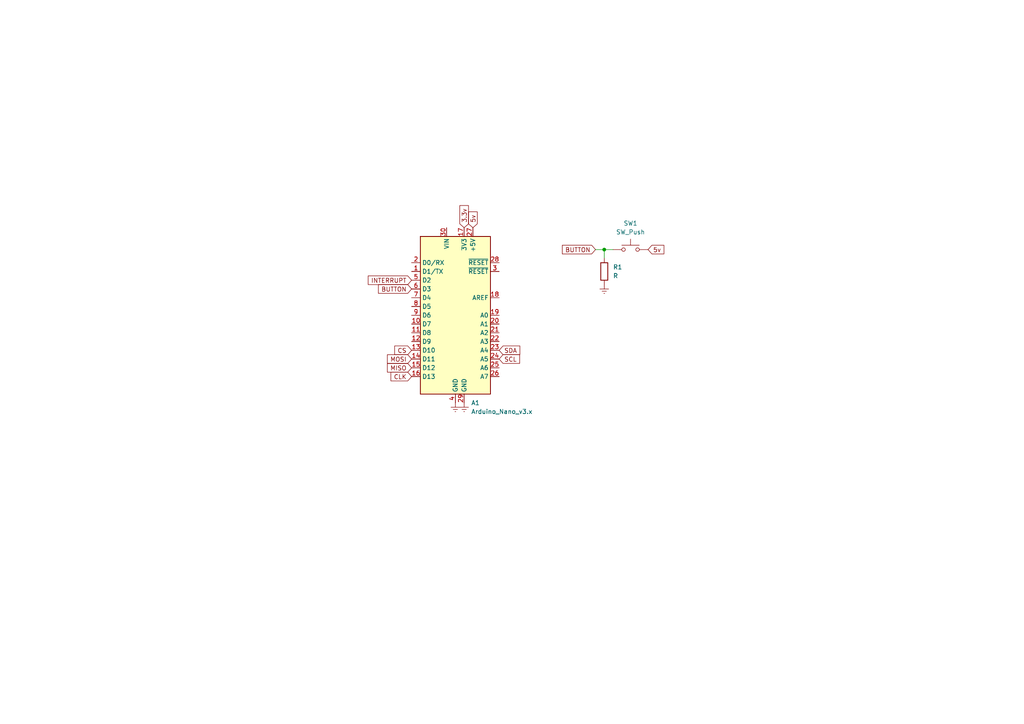
<source format=kicad_sch>
(kicad_sch (version 20211123) (generator eeschema)
  (paper "A4")
  (lib_symbols
    (symbol "Device:R" (pin_numbers hide) (pin_names (offset 0))
      (property "Reference" "R" (at 2.032 0 90))
      (property "Value" "R" (at 0 0 90))
      (symbol "R_0_1"
        (rectangle (start -1.016 -2.54) (end 1.016 2.54) (stroke (width 0.254)))
      )
      (symbol "R_1_1"
        (pin passive line (at 0 3.81 270) (length 1.27) (name "~") (number "1"))
        (pin passive line (at 0 -3.81 90) (length 1.27) (name "~") (number "2"))
      )
    )
    (symbol "MCU_Module:Arduino_Nano_v3.x"
      (property "Reference" "A" (at -10.16 23.495 0))
      (property "Value" "Arduino_Nano_v3.x" (at 5.08 -24.13 0))
      (symbol "Arduino_Nano_v3.x_0_1"
        (rectangle (start -10.16 22.86) (end 10.16 -22.86) (stroke (width 0.254)) (fill (type background)))
      )
      (symbol "Arduino_Nano_v3.x_1_1"
        (pin bidirectional line (at -12.7 12.7 0) (length 2.54) (name "D1/TX") (number "1"))
        (pin bidirectional line (at -12.7 -2.54 0) (length 2.54) (name "D7") (number "10"))
        (pin bidirectional line (at -12.7 -5.08 0) (length 2.54) (name "D8") (number "11"))
        (pin bidirectional line (at -12.7 -7.62 0) (length 2.54) (name "D9") (number "12"))
        (pin bidirectional line (at -12.7 -10.16 0) (length 2.54) (name "D10") (number "13"))
        (pin bidirectional line (at -12.7 -12.7 0) (length 2.54) (name "D11") (number "14"))
        (pin bidirectional line (at -12.7 -15.24 0) (length 2.54) (name "D12") (number "15"))
        (pin bidirectional line (at -12.7 -17.78 0) (length 2.54) (name "D13") (number "16"))
        (pin power_out line (at 2.54 25.4 270) (length 2.54) (name "3V3") (number "17"))
        (pin input line (at 12.7 5.08 180) (length 2.54) (name "AREF") (number "18"))
        (pin bidirectional line (at 12.7 0 180) (length 2.54) (name "A0") (number "19"))
        (pin bidirectional line (at -12.7 15.24 0) (length 2.54) (name "D0/RX") (number "2"))
        (pin bidirectional line (at 12.7 -2.54 180) (length 2.54) (name "A1") (number "20"))
        (pin bidirectional line (at 12.7 -5.08 180) (length 2.54) (name "A2") (number "21"))
        (pin bidirectional line (at 12.7 -7.62 180) (length 2.54) (name "A3") (number "22"))
        (pin bidirectional line (at 12.7 -10.16 180) (length 2.54) (name "A4") (number "23"))
        (pin bidirectional line (at 12.7 -12.7 180) (length 2.54) (name "A5") (number "24"))
        (pin bidirectional line (at 12.7 -15.24 180) (length 2.54) (name "A6") (number "25"))
        (pin bidirectional line (at 12.7 -17.78 180) (length 2.54) (name "A7") (number "26"))
        (pin power_out line (at 5.08 25.4 270) (length 2.54) (name "+5V") (number "27"))
        (pin input line (at 12.7 15.24 180) (length 2.54) (name "~{RESET}") (number "28"))
        (pin power_in line (at 2.54 -25.4 90) (length 2.54) (name "GND") (number "29"))
        (pin input line (at 12.7 12.7 180) (length 2.54) (name "~{RESET}") (number "3"))
        (pin power_in line (at -2.54 25.4 270) (length 2.54) (name "VIN") (number "30"))
        (pin power_in line (at 0 -25.4 90) (length 2.54) (name "GND") (number "4"))
        (pin bidirectional line (at -12.7 10.16 0) (length 2.54) (name "D2") (number "5"))
        (pin bidirectional line (at -12.7 7.62 0) (length 2.54) (name "D3") (number "6"))
        (pin bidirectional line (at -12.7 5.08 0) (length 2.54) (name "D4") (number "7"))
        (pin bidirectional line (at -12.7 2.54 0) (length 2.54) (name "D5") (number "8"))
        (pin bidirectional line (at -12.7 0 0) (length 2.54) (name "D6") (number "9"))
      )
    )
    (symbol "Switch:SW_Push" (pin_numbers hide) (pin_names (offset 1.016) hide)
      (property "Reference" "SW" (at 1.27 2.54 0))
      (property "Value" "SW_Push" (at 0 -1.524 0))
      (symbol "SW_Push_0_1"
        (circle (center -2.032 0) (radius 0.508))
        (polyline (pts (xy 0 1.27) (xy 0 3.048)))
        (polyline (pts (xy 2.54 1.27) (xy -2.54 1.27)))
        (circle (center 2.032 0) (radius 0.508))
        (pin passive line (at -5.08 0 0) (length 2.54) (name "1") (number "1"))
        (pin passive line (at 5.08 0 180) (length 2.54) (name "2") (number "2"))
      )
    )
    (symbol "power:Earth" (power) (pin_names (offset 0))
      (symbol "Earth_0_1"
        (polyline (pts (xy -0.635 -1.905) (xy 0.635 -1.905)))
        (polyline (pts (xy -0.127 -2.54) (xy 0.127 -2.54)))
        (polyline (pts (xy 0 -1.27) (xy 0 0)))
        (polyline (pts (xy 1.27 -1.27) (xy -1.27 -1.27)))
      )
      (symbol "Earth_1_1"
        (pin power_in line (at 0 0 270) (length 0) hide (name "Earth") (number "1"))
      )
    )
  )
  (junction (at 175.26 72.39))
  (wire (pts (xy 175.26 72.39) (xy 175.26 74.93)))
  (wire (pts (xy 175.26 72.39) (xy 177.8 72.39)))
  (wire (pts (xy 172.72 72.39) (xy 175.26 72.39)))
  (global_label "INTERRUPT" (shape input) (at 119.38 81.28 180) (property "Intersheet References" "${INTERSHEET_REFS}" (effects hide)))
  (global_label "3.3v" (shape input) (at 134.62 66.04 90) (property "Intersheet References" "${INTERSHEET_REFS}" (effects hide)))
  (global_label "5v" (shape input) (at 137.16 66.04 90) (property "Intersheet References" "${INTERSHEET_REFS}" (effects hide)))
  (global_label "CS" (shape input) (at 119.38 101.6 180) (property "Intersheet References" "${INTERSHEET_REFS}" (effects hide)))
  (global_label "CLK" (shape input) (at 119.38 109.22 180) (property "Intersheet References" "${INTERSHEET_REFS}" (effects hide)))
  (global_label "MOSI" (shape input) (at 119.38 104.14 180) (property "Intersheet References" "${INTERSHEET_REFS}" (effects hide)))
  (global_label "SCL" (shape input) (at 144.78 104.14 0) (property "Intersheet References" "${INTERSHEET_REFS}" (effects hide)))
  (global_label "SDA" (shape input) (at 144.78 101.6 0) (property "Intersheet References" "${INTERSHEET_REFS}" (effects hide)))
  (global_label "MISO" (shape input) (at 119.38 106.68 180) (property "Intersheet References" "${INTERSHEET_REFS}" (effects hide)))
  (global_label "5v" (shape input) (at 187.96 72.39 0) (property "Intersheet References" "${INTERSHEET_REFS}" (effects hide)))
  (global_label "BUTTON" (shape input) (at 119.38 83.82 180) (property "Intersheet References" "${INTERSHEET_REFS}" (effects hide)))
  (global_label "BUTTON" (shape input) (at 172.72 72.39 180) (property "Intersheet References" "${INTERSHEET_REFS}" (effects hide)))
  (symbol (lib_id "power:Earth") (at 132.08 116.84 0) (unit 1)
    (property "Reference" "#PWR01" (effects hide))
    (property "Value" "Earth" (effects hide))
  )
  (symbol (lib_id "power:Earth") (at 175.26 82.55 0) (unit 1)
    (property "Reference" "#PWR03" (effects hide))
    (property "Value" "Earth" (effects hide))
  )
  (symbol (lib_id "Switch:SW_Push") (at 182.88 72.39 0) (unit 1)
    (property "Reference" "SW1" (at 182.88 64.77 0))
    (property "Value" "SW_Push" (at 182.88 67.31 0))
    (property "Footprint" "Connector_PinHeader_2.54mm:PinHeader_1x02_P2.54mm_Vertical" (effects hide))
  )
  (symbol (lib_id "Device:R") (at 175.26 78.74 180) (unit 1)
    (property "Reference" "R1" (at 177.8 77.4699 0) (effects (justify right)))
    (property "Value" "R" (at 177.8 80.0099 0) (effects (justify right)))
    (property "Footprint" "Resistor_THT:R_Axial_DIN0207_L6.3mm_D2.5mm_P7.62mm_Horizontal" (effects hide))
  )
  (symbol (lib_id "power:Earth") (at 134.62 116.84 0) (unit 1)
    (property "Reference" "#PWR02" (effects hide))
    (property "Value" "Earth" (effects hide))
  )
  (symbol (lib_id "MCU_Module:Arduino_Nano_v3.x") (at 132.08 91.44 0) (unit 1)
    (property "Reference" "A1" (at 136.6394 116.84 0) (effects (justify left)))
    (property "Value" "Arduino_Nano_v3.x" (at 136.6394 119.38 0) (effects (justify left)))
    (property "Footprint" "Module:Arduino_Nano" (effects hide))
    (property "Datasheet" "http://www.mouser.com/pdfdocs/Gravitech_Arduino_Nano3_0.pdf" (effects hide))
  )
)
</source>
